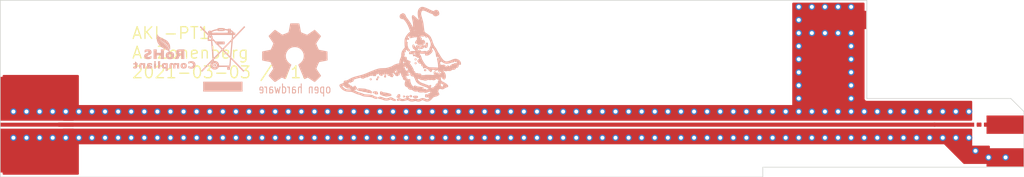
<source format=kicad_pcb>
(kicad_pcb (version 20171130) (host pcbnew "(5.1.4)")
  (layers (0 F.Cu signal) (1 In1.Cu signal) (2 In2.Cu signal) (31 B.Cu signal) (34 B.Paste user) (35 F.Paste user) (36 B.SilkS user) (37 F.SilkS user) (38 B.Mask user) (39 F.Mask user) (44 Edge.Cuts user))
  (net 0 "")
  (net 1 /GND)
  (net 2 "Net-(R1-Pad1)")
  (net 3 "Net-(J1-Pad1)")
  (net 4 "Net-(J2-Pad1)")
  (module azonenberg_pcb:EIA_02016_RES_NOSILK_FLIPCHIP (layer F.Cu) (at 90.05 24 180)
    (fp_text reference R2 hide)
    (fp_text value CH02016-250RGFTA hide)
    (pad 2 smd rect (at 0.175 0 180) (size 0.15 0.31) (layers F.Cu F.Paste F.Mask) (net 2 "Net-(R1-Pad1)"))
    (pad 1 smd rect (at -0.175 0 180) (size 0.15 0.31) (layers F.Cu F.Paste F.Mask) (net 4 "Net-(J2-Pad1)"))
  )
  (module azonenberg_pcb:EIA_02016_RES_NOSILK_FLIPCHIP (layer F.Cu) (at 89.5 24 180)
    (fp_text reference R1 hide)
    (fp_text value CH02016-200RGFTA hide)
    (pad 2 smd rect (at 0.175 0 180) (size 0.15 0.31) (layers F.Cu F.Paste F.Mask) (net 3 "Net-(J1-Pad1)"))
    (pad 1 smd rect (at -0.175 0 180) (size 0.15 0.31) (layers F.Cu F.Paste F.Mask) (net 2 "Net-(R1-Pad1)"))
  )
  (module azonenberg_pcb:CONN_MILLMAX_0339_EDGELAUNCH (layer F.Cu) (at 91.575 26.5)
    (fp_text reference J4 hide)
    (fp_text value PROBETIP hide)
    (pad 1 smd rect (at 0.2 0) (size 2.86 1.4) (layers F.Cu F.Paste F.Mask) (net 1 /GND))
  )
  (module azonenberg_pcb:CONN_SMA_EDGE_AMPHENOL_901_10511_3 (layer F.Cu) (at 17.8 24)
    (fp_text reference J1 hide)
    (fp_text value 901-10511-3 hide)
    (pad 2 smd rect (at 0 1.98) (size 5.6 3.35) (layers F.Cu F.Paste F.Mask) (net 1 /GND))
    (pad 2 smd rect (at 0 -1.98) (size 5.6 3.35) (layers F.Cu F.Paste F.Mask) (net 1 /GND))
    (pad 1 smd rect (at 0 0) (size 5.6 0.3) (layers F.Cu F.Mask) (net 3 "Net-(J1-Pad1)"))
  )
  (module azonenberg_pcb:LONGTHING-1200DPI (layer B.Cu) (at 45 19 180)
    (fp_text reference G*** hide)
    (fp_text value LOGO hide)
  )
  (module azonenberg_pcb:CONN_MILLMAX_0339_EDGELAUNCH (layer F.Cu) (at 78.75 16)
    (fp_text reference J3 hide)
    (fp_text value PROBETIP hide)
    (pad 1 smd rect (at 0 0) (size 4.8 1.4) (layers F.Cu F.Paste F.Mask) (net 1 /GND))
  )
  (module azonenberg_pcb:CONN_MILLMAX_0339_EDGELAUNCH (layer F.Cu) (at 91.575 24)
    (fp_text reference J2 hide)
    (fp_text value PROBETIP hide)
    (pad 1 smd rect (at 0.2 0) (size 2.86 1.4) (layers F.Cu F.Paste F.Mask) (net 4 "Net-(J2-Pad1)") (clearance 0.125))
  )
  (module w_logo:Logo_silk_ROHS_5x2.8mm (layer B.Cu) (at 27.5 18.5 180)
    (fp_text reference G*** hide)
    (fp_text value LOGO hide)
  )
  (module w_logo:Logo_silk_WEEE_3.4x5mm (layer B.Cu) (at 32 19 180)
    (fp_text reference G*** hide)
    (fp_text value LOGO hide)
  )
  (module w_logo:Logo_silk_OSHW_6x6mm (layer B.Cu) (at 37.5 18.5 180)
    (fp_text reference G*** hide)
    (fp_text value LOGO hide)
  )
  (gr_line (start 73.25 27.25) (end 93.2 27.25) (layer Edge.Cuts) (width 0.05))
  (gr_line (start 73.25 28) (end 73.25 27.25) (layer Edge.Cuts) (width 0.05))
  (gr_line (start 81.2 22) (end 81.2 14.5) (layer Edge.Cuts) (width 0.05))
  (gr_line (start 92.2 22) (end 81.2 22) (layer Edge.Cuts) (width 0.05))
  (gr_line (start 93.2 23) (end 92.2 22) (layer Edge.Cuts) (width 0.05))
  (gr_line (start 93.2 27.25) (end 93.2 23) (layer Edge.Cuts) (width 0.05))
  (gr_text "2021-03-03 / v1.4" (at 25 20) (layer F.SilkS) (effects (font (size 0.9 0.9) (thickness 0.1)) (justify left)))
  (gr_text "A. Zonenberg" (at 25 18.5) (layer F.SilkS) (effects (font (size 0.9 0.9) (thickness 0.1)) (justify left)))
  (gr_text AKL-PT1 (at 25 17) (layer F.SilkS) (effects (font (size 0.9 0.9) (thickness 0.1)) (justify left)))
  (gr_line (start 73.25 28) (end 15 28) (layer Edge.Cuts) (width 0.05))
  (gr_line (start 81.2 14.5) (end 15 14.5) (layer Edge.Cuts) (width 0.05))
  (gr_line (start 15 14.5) (end 15 28) (layer Edge.Cuts) (width 0.05))
  (via (at 39 23) (size 0.5) (drill 0.3) (layers F.Cu B.Cu) (net 1))
  (via (at 40 23) (size 0.5) (drill 0.3) (layers F.Cu B.Cu) (net 1))
  (segment (start 39 23) (end 40 23) (width 0.125) (layer F.Cu) (net 1))
  (via (at 41 23) (size 0.5) (drill 0.3) (layers F.Cu B.Cu) (net 1))
  (via (at 42 23) (size 0.5) (drill 0.3) (layers F.Cu B.Cu) (net 1))
  (segment (start 41 23) (end 42 23) (width 0.125) (layer F.Cu) (net 1))
  (via (at 43 23) (size 0.5) (drill 0.3) (layers F.Cu B.Cu) (net 1))
  (via (at 44 23) (size 0.5) (drill 0.3) (layers F.Cu B.Cu) (net 1))
  (segment (start 43 23) (end 44 23) (width 0.125) (layer F.Cu) (net 1))
  (via (at 45 23) (size 0.5) (drill 0.3) (layers F.Cu B.Cu) (net 1))
  (via (at 46 23) (size 0.5) (drill 0.3) (layers F.Cu B.Cu) (net 1))
  (segment (start 45 23) (end 46 23) (width 0.125) (layer F.Cu) (net 1))
  (via (at 47 23) (size 0.5) (drill 0.3) (layers F.Cu B.Cu) (net 1))
  (via (at 48 23) (size 0.5) (drill 0.3) (layers F.Cu B.Cu) (net 1))
  (segment (start 47 23) (end 48 23) (width 0.125) (layer F.Cu) (net 1))
  (via (at 49 23) (size 0.5) (drill 0.3) (layers F.Cu B.Cu) (net 1))
  (via (at 50 23) (size 0.5) (drill 0.3) (layers F.Cu B.Cu) (net 1))
  (segment (start 49 23) (end 50 23) (width 0.125) (layer F.Cu) (net 1))
  (via (at 51 23) (size 0.5) (drill 0.3) (layers F.Cu B.Cu) (net 1))
  (via (at 52 23) (size 0.5) (drill 0.3) (layers F.Cu B.Cu) (net 1))
  (segment (start 51 23) (end 52 23) (width 0.125) (layer F.Cu) (net 1))
  (via (at 53 23) (size 0.5) (drill 0.3) (layers F.Cu B.Cu) (net 1))
  (via (at 54 23) (size 0.5) (drill 0.3) (layers F.Cu B.Cu) (net 1))
  (segment (start 53 23) (end 54 23) (width 0.125) (layer F.Cu) (net 1))
  (via (at 55 23) (size 0.5) (drill 0.3) (layers F.Cu B.Cu) (net 1))
  (via (at 56 23) (size 0.5) (drill 0.3) (layers F.Cu B.Cu) (net 1))
  (segment (start 55 23) (end 56 23) (width 0.125) (layer F.Cu) (net 1))
  (via (at 57 23) (size 0.5) (drill 0.3) (layers F.Cu B.Cu) (net 1))
  (via (at 58 23) (size 0.5) (drill 0.3) (layers F.Cu B.Cu) (net 1))
  (segment (start 57 23) (end 58 23) (width 0.125) (layer F.Cu) (net 1))
  (via (at 59 23) (size 0.5) (drill 0.3) (layers F.Cu B.Cu) (net 1))
  (via (at 60 23) (size 0.5) (drill 0.3) (layers F.Cu B.Cu) (net 1))
  (segment (start 59 23) (end 60 23) (width 0.125) (layer F.Cu) (net 1))
  (via (at 61 23) (size 0.5) (drill 0.3) (layers F.Cu B.Cu) (net 1))
  (via (at 62 23) (size 0.5) (drill 0.3) (layers F.Cu B.Cu) (net 1))
  (segment (start 61 23) (end 62 23) (width 0.125) (layer F.Cu) (net 1))
  (via (at 63 23) (size 0.5) (drill 0.3) (layers F.Cu B.Cu) (net 1))
  (via (at 64 23) (size 0.5) (drill 0.3) (layers F.Cu B.Cu) (net 1))
  (segment (start 63 23) (end 64 23) (width 0.125) (layer F.Cu) (net 1))
  (via (at 65 23) (size 0.5) (drill 0.3) (layers F.Cu B.Cu) (net 1))
  (segment (start 65 23) (end 66 23) (width 0.125) (layer F.Cu) (net 1))
  (via (at 66 23) (size 0.5) (drill 0.3) (layers F.Cu B.Cu) (net 1))
  (via (at 67 23) (size 0.5) (drill 0.3) (layers F.Cu B.Cu) (net 1))
  (segment (start 66 23) (end 67 23) (width 0.125) (layer F.Cu) (net 1))
  (via (at 68 23) (size 0.5) (drill 0.3) (layers F.Cu B.Cu) (net 1))
  (via (at 69 23) (size 0.5) (drill 0.3) (layers F.Cu B.Cu) (net 1))
  (segment (start 68 23) (end 69 23) (width 0.125) (layer F.Cu) (net 1))
  (via (at 70 23) (size 0.5) (drill 0.3) (layers F.Cu B.Cu) (net 1))
  (via (at 71 23) (size 0.5) (drill 0.3) (layers F.Cu B.Cu) (net 1))
  (segment (start 70 23) (end 71 23) (width 0.125) (layer F.Cu) (net 1))
  (via (at 73 23) (size 0.5) (drill 0.3) (layers F.Cu B.Cu) (net 1))
  (via (at 74 23) (size 0.5) (drill 0.3) (layers F.Cu B.Cu) (net 1))
  (via (at 75 23) (size 0.5) (drill 0.3) (layers F.Cu B.Cu) (net 1))
  (segment (start 74 23) (end 75 23) (width 0.125) (layer F.Cu) (net 1))
  (via (at 76 23) (size 0.5) (drill 0.3) (layers F.Cu B.Cu) (net 1))
  (via (at 77 23) (size 0.5) (drill 0.3) (layers F.Cu B.Cu) (net 1))
  (via (at 78 23) (size 0.5) (drill 0.3) (layers F.Cu B.Cu) (net 1))
  (segment (start 77 23) (end 78 23) (width 0.125) (layer F.Cu) (net 1))
  (via (at 79 23) (size 0.5) (drill 0.3) (layers F.Cu B.Cu) (net 1))
  (via (at 80 23) (size 0.5) (drill 0.3) (layers F.Cu B.Cu) (net 1))
  (segment (start 79 23) (end 80 23) (width 0.125) (layer F.Cu) (net 1))
  (via (at 76 15) (size 0.5) (drill 0.3) (layers F.Cu B.Cu) (net 1))
  (via (at 76 16) (size 0.5) (drill 0.3) (layers F.Cu B.Cu) (net 1))
  (via (at 76 17) (size 0.5) (drill 0.3) (layers F.Cu B.Cu) (net 1))
  (segment (start 76 16) (end 76 17) (width 0.125) (layer F.Cu) (net 1))
  (via (at 76 18) (size 0.5) (drill 0.3) (layers F.Cu B.Cu) (net 1))
  (via (at 76 19) (size 0.5) (drill 0.3) (layers F.Cu B.Cu) (net 1))
  (segment (start 76 18) (end 76 19) (width 0.125) (layer F.Cu) (net 1))
  (via (at 76 20) (size 0.5) (drill 0.3) (layers F.Cu B.Cu) (net 1))
  (via (at 76 21) (size 0.5) (drill 0.3) (layers F.Cu B.Cu) (net 1))
  (segment (start 76 20) (end 76 21) (width 0.125) (layer F.Cu) (net 1))
  (via (at 76 22) (size 0.5) (drill 0.3) (layers F.Cu B.Cu) (net 1))
  (segment (start 76 22) (end 76 23) (width 0.125) (layer F.Cu) (net 1))
  (via (at 77 17) (size 0.5) (drill 0.3) (layers F.Cu B.Cu) (net 1))
  (via (at 78 17) (size 0.5) (drill 0.3) (layers F.Cu B.Cu) (net 1))
  (segment (start 77 17) (end 78 17) (width 0.125) (layer F.Cu) (net 1))
  (via (at 79 17) (size 0.5) (drill 0.3) (layers F.Cu B.Cu) (net 1))
  (via (at 80 17) (size 0.5) (drill 0.3) (layers F.Cu B.Cu) (net 1))
  (segment (start 79 17) (end 80 17) (width 0.125) (layer F.Cu) (net 1))
  (via (at 77 15) (size 0.5) (drill 0.3) (layers F.Cu B.Cu) (net 1))
  (segment (start 76 15) (end 77 15) (width 0.125) (layer F.Cu) (net 1))
  (via (at 78 15) (size 0.5) (drill 0.3) (layers F.Cu B.Cu) (net 1))
  (via (at 79 15) (size 0.5) (drill 0.3) (layers F.Cu B.Cu) (net 1))
  (segment (start 78 15) (end 79 15) (width 0.125) (layer F.Cu) (net 1))
  (via (at 80 15) (size 0.5) (drill 0.3) (layers F.Cu B.Cu) (net 1))
  (segment (start 76.225 16) (end 76 16) (width 0.125) (layer F.Cu) (net 1))
  (segment (start 78.75 16) (end 76.225 16) (width 0.125) (layer F.Cu) (net 1))
  (via (at 80 18) (size 0.5) (drill 0.3) (layers F.Cu B.Cu) (net 1))
  (segment (start 80 17) (end 80 18) (width 0.125) (layer F.Cu) (net 1))
  (via (at 80 19) (size 0.5) (drill 0.3) (layers F.Cu B.Cu) (net 1))
  (via (at 80 20) (size 0.5) (drill 0.3) (layers F.Cu B.Cu) (net 1))
  (segment (start 80 19) (end 80 20) (width 0.125) (layer F.Cu) (net 1))
  (via (at 80 21) (size 0.5) (drill 0.3) (layers F.Cu B.Cu) (net 1))
  (via (at 80 22) (size 0.5) (drill 0.3) (layers F.Cu B.Cu) (net 1))
  (segment (start 80 21) (end 80 22) (width 0.125) (layer F.Cu) (net 1))
  (via (at 85 23) (size 0.5) (drill 0.3) (layers F.Cu B.Cu) (net 1))
  (segment (start 83 23) (end 84 23) (width 0.125) (layer F.Cu) (net 1))
  (via (at 84 23) (size 0.5) (drill 0.3) (layers F.Cu B.Cu) (net 1))
  (via (at 83 23) (size 0.5) (drill 0.3) (layers F.Cu B.Cu) (net 1))
  (segment (start 81 23) (end 82 23) (width 0.125) (layer F.Cu) (net 1))
  (via (at 82 23) (size 0.5) (drill 0.3) (layers F.Cu B.Cu) (net 1))
  (via (at 81 23) (size 0.5) (drill 0.3) (layers F.Cu B.Cu) (net 1))
  (segment (start 85 23) (end 86 23) (width 0.125) (layer F.Cu) (net 1))
  (via (at 86 23) (size 0.5) (drill 0.3) (layers F.Cu B.Cu) (net 1))
  (via (at 24 23) (size 0.5) (drill 0.3) (layers F.Cu B.Cu) (net 1))
  (via (at 21 23) (size 0.5) (drill 0.3) (layers F.Cu B.Cu) (net 1))
  (segment (start 23 23) (end 24 23) (width 0.125) (layer F.Cu) (net 1))
  (via (at 34 23) (size 0.5) (drill 0.3) (layers F.Cu B.Cu) (net 1))
  (via (at 33 23) (size 0.5) (drill 0.3) (layers F.Cu B.Cu) (net 1))
  (segment (start 31 23) (end 32 23) (width 0.125) (layer F.Cu) (net 1))
  (via (at 32 23) (size 0.5) (drill 0.3) (layers F.Cu B.Cu) (net 1))
  (via (at 31 23) (size 0.5) (drill 0.3) (layers F.Cu B.Cu) (net 1))
  (segment (start 29 23) (end 30 23) (width 0.125) (layer F.Cu) (net 1))
  (via (at 30 23) (size 0.5) (drill 0.3) (layers F.Cu B.Cu) (net 1))
  (via (at 29 23) (size 0.5) (drill 0.3) (layers F.Cu B.Cu) (net 1))
  (segment (start 27 23) (end 28 23) (width 0.125) (layer F.Cu) (net 1))
  (via (at 28 23) (size 0.5) (drill 0.3) (layers F.Cu B.Cu) (net 1))
  (via (at 27 23) (size 0.5) (drill 0.3) (layers F.Cu B.Cu) (net 1))
  (segment (start 25 23) (end 26 23) (width 0.125) (layer F.Cu) (net 1))
  (via (at 26 23) (size 0.5) (drill 0.3) (layers F.Cu B.Cu) (net 1))
  (via (at 25 23) (size 0.5) (drill 0.3) (layers F.Cu B.Cu) (net 1))
  (via (at 23 23) (size 0.5) (drill 0.3) (layers F.Cu B.Cu) (net 1))
  (segment (start 21 23) (end 22 23) (width 0.125) (layer F.Cu) (net 1))
  (via (at 22 23) (size 0.5) (drill 0.3) (layers F.Cu B.Cu) (net 1))
  (segment (start 35 23) (end 36 23) (width 0.125) (layer F.Cu) (net 1))
  (via (at 36 23) (size 0.5) (drill 0.3) (layers F.Cu B.Cu) (net 1))
  (via (at 35 23) (size 0.5) (drill 0.3) (layers F.Cu B.Cu) (net 1))
  (segment (start 33 23) (end 34 23) (width 0.125) (layer F.Cu) (net 1))
  (segment (start 37 23) (end 38 23) (width 0.125) (layer F.Cu) (net 1))
  (via (at 38 23) (size 0.5) (drill 0.3) (layers F.Cu B.Cu) (net 1))
  (via (at 37 23) (size 0.5) (drill 0.3) (layers F.Cu B.Cu) (net 1))
  (via (at 20 23) (size 0.5) (drill 0.3) (layers F.Cu B.Cu) (net 1))
  (segment (start 21 23) (end 20 23) (width 0.125) (layer F.Cu) (net 1))
  (via (at 19 23) (size 0.5) (drill 0.3) (layers F.Cu B.Cu) (net 1))
  (via (at 18 23) (size 0.5) (drill 0.3) (layers F.Cu B.Cu) (net 1))
  (segment (start 19 23) (end 18 23) (width 0.125) (layer F.Cu) (net 1))
  (via (at 17 23) (size 0.5) (drill 0.3) (layers F.Cu B.Cu) (net 1))
  (via (at 16 23) (size 0.5) (drill 0.3) (layers F.Cu B.Cu) (net 1))
  (segment (start 17 23) (end 16 23) (width 0.125) (layer F.Cu) (net 1))
  (via (at 17 25) (size 0.5) (drill 0.3) (layers F.Cu B.Cu) (net 1))
  (segment (start 18 25) (end 17 25) (width 0.125) (layer F.Cu) (net 1))
  (via (at 16 25) (size 0.5) (drill 0.3) (layers F.Cu B.Cu) (net 1))
  (via (at 87 23) (size 0.5) (drill 0.3) (layers F.Cu B.Cu) (net 1))
  (via (at 58 25) (size 0.5) (drill 0.3) (layers F.Cu B.Cu) (net 1))
  (via (at 38 25) (size 0.5) (drill 0.3) (layers F.Cu B.Cu) (net 1))
  (via (at 41 25) (size 0.5) (drill 0.3) (layers F.Cu B.Cu) (net 1))
  (via (at 53 25) (size 0.5) (drill 0.3) (layers F.Cu B.Cu) (net 1))
  (via (at 18 25) (size 0.5) (drill 0.3) (layers F.Cu B.Cu) (net 1))
  (via (at 59 25) (size 0.5) (drill 0.3) (layers F.Cu B.Cu) (net 1))
  (segment (start 75 25) (end 74 25) (width 0.125) (layer F.Cu) (net 1))
  (segment (start 29 25) (end 28 25) (width 0.125) (layer F.Cu) (net 1))
  (via (at 74 25) (size 0.5) (drill 0.3) (layers F.Cu B.Cu) (net 1))
  (via (at 66 25) (size 0.5) (drill 0.3) (layers F.Cu B.Cu) (net 1))
  (segment (start 67 25) (end 66 25) (width 0.125) (layer F.Cu) (net 1))
  (via (at 77 25) (size 0.5) (drill 0.3) (layers F.Cu B.Cu) (net 1))
  (segment (start 27 25) (end 26 25) (width 0.125) (layer F.Cu) (net 1))
  (via (at 25 25) (size 0.5) (drill 0.3) (layers F.Cu B.Cu) (net 1))
  (segment (start 33 25) (end 32 25) (width 0.125) (layer F.Cu) (net 1))
  (via (at 31 25) (size 0.5) (drill 0.3) (layers F.Cu B.Cu) (net 1))
  (via (at 30 25) (size 0.5) (drill 0.3) (layers F.Cu B.Cu) (net 1))
  (via (at 29 25) (size 0.5) (drill 0.3) (layers F.Cu B.Cu) (net 1))
  (via (at 56 25) (size 0.5) (drill 0.3) (layers F.Cu B.Cu) (net 1))
  (segment (start 57 25) (end 56 25) (width 0.125) (layer F.Cu) (net 1))
  (via (at 21 25) (size 0.5) (drill 0.3) (layers F.Cu B.Cu) (net 1))
  (via (at 45 25) (size 0.5) (drill 0.3) (layers F.Cu B.Cu) (net 1))
  (via (at 36 25) (size 0.5) (drill 0.3) (layers F.Cu B.Cu) (net 1))
  (via (at 35 25) (size 0.5) (drill 0.3) (layers F.Cu B.Cu) (net 1))
  (via (at 76 25) (size 0.5) (drill 0.3) (layers F.Cu B.Cu) (net 1))
  (via (at 60 25) (size 0.5) (drill 0.3) (layers F.Cu B.Cu) (net 1))
  (via (at 86 25) (size 0.5) (drill 0.3) (layers F.Cu B.Cu) (net 1))
  (via (at 79 25) (size 0.5) (drill 0.3) (layers F.Cu B.Cu) (net 1))
  (via (at 27 25) (size 0.5) (drill 0.3) (layers F.Cu B.Cu) (net 1))
  (via (at 70 25) (size 0.5) (drill 0.3) (layers F.Cu B.Cu) (net 1))
  (via (at 20 25) (size 0.5) (drill 0.3) (layers F.Cu B.Cu) (net 1))
  (via (at 43 25) (size 0.5) (drill 0.3) (layers F.Cu B.Cu) (net 1))
  (via (at 65 25) (size 0.5) (drill 0.3) (layers F.Cu B.Cu) (net 1))
  (via (at 40 25) (size 0.5) (drill 0.3) (layers F.Cu B.Cu) (net 1))
  (segment (start 41 25) (end 40 25) (width 0.125) (layer F.Cu) (net 1))
  (segment (start 59 25) (end 58 25) (width 0.125) (layer F.Cu) (net 1))
  (via (at 55 25) (size 0.5) (drill 0.3) (layers F.Cu B.Cu) (net 1))
  (segment (start 81 25) (end 80 25) (width 0.125) (layer F.Cu) (net 1))
  (segment (start 47 25) (end 46 25) (width 0.125) (layer F.Cu) (net 1))
  (via (at 50 25) (size 0.5) (drill 0.3) (layers F.Cu B.Cu) (net 1))
  (segment (start 37 25) (end 36 25) (width 0.125) (layer F.Cu) (net 1))
  (via (at 24 25) (size 0.5) (drill 0.3) (layers F.Cu B.Cu) (net 1))
  (via (at 32 25) (size 0.5) (drill 0.3) (layers F.Cu B.Cu) (net 1))
  (via (at 34 25) (size 0.5) (drill 0.3) (layers F.Cu B.Cu) (net 1))
  (via (at 71 25) (size 0.5) (drill 0.3) (layers F.Cu B.Cu) (net 1))
  (via (at 19 25) (size 0.5) (drill 0.3) (layers F.Cu B.Cu) (net 1))
  (segment (start 20 25) (end 19 25) (width 0.125) (layer F.Cu) (net 1))
  (segment (start 31 25) (end 30 25) (width 0.125) (layer F.Cu) (net 1))
  (via (at 49 25) (size 0.5) (drill 0.3) (layers F.Cu B.Cu) (net 1))
  (segment (start 79 25) (end 78 25) (width 0.125) (layer F.Cu) (net 1))
  (via (at 23 25) (size 0.5) (drill 0.3) (layers F.Cu B.Cu) (net 1))
  (via (at 51 25) (size 0.5) (drill 0.3) (layers F.Cu B.Cu) (net 1))
  (via (at 42 25) (size 0.5) (drill 0.3) (layers F.Cu B.Cu) (net 1))
  (segment (start 43 25) (end 42 25) (width 0.125) (layer F.Cu) (net 1))
  (via (at 44 25) (size 0.5) (drill 0.3) (layers F.Cu B.Cu) (net 1))
  (segment (start 39 25) (end 38 25) (width 0.125) (layer F.Cu) (net 1))
  (via (at 37 25) (size 0.5) (drill 0.3) (layers F.Cu B.Cu) (net 1))
  (via (at 84 25) (size 0.5) (drill 0.3) (layers F.Cu B.Cu) (net 1))
  (via (at 62 25) (size 0.5) (drill 0.3) (layers F.Cu B.Cu) (net 1))
  (via (at 54 25) (size 0.5) (drill 0.3) (layers F.Cu B.Cu) (net 1))
  (via (at 82 25) (size 0.5) (drill 0.3) (layers F.Cu B.Cu) (net 1))
  (segment (start 83 25) (end 82 25) (width 0.125) (layer F.Cu) (net 1))
  (via (at 80 25) (size 0.5) (drill 0.3) (layers F.Cu B.Cu) (net 1))
  (segment (start 55 25) (end 54 25) (width 0.125) (layer F.Cu) (net 1))
  (segment (start 61 25) (end 60 25) (width 0.125) (layer F.Cu) (net 1))
  (via (at 28 25) (size 0.5) (drill 0.3) (layers F.Cu B.Cu) (net 1))
  (segment (start 65 25) (end 64 25) (width 0.125) (layer F.Cu) (net 1))
  (via (at 47 25) (size 0.5) (drill 0.3) (layers F.Cu B.Cu) (net 1))
  (segment (start 85 25) (end 84 25) (width 0.125) (layer F.Cu) (net 1))
  (segment (start 35 25) (end 34 25) (width 0.125) (layer F.Cu) (net 1))
  (via (at 33 25) (size 0.5) (drill 0.3) (layers F.Cu B.Cu) (net 1))
  (via (at 63 25) (size 0.5) (drill 0.3) (layers F.Cu B.Cu) (net 1))
  (segment (start 49 25) (end 48 25) (width 0.125) (layer F.Cu) (net 1))
  (segment (start 73 25) (end 72 25) (width 0.125) (layer F.Cu) (net 1))
  (segment (start 77 25) (end 76 25) (width 0.125) (layer F.Cu) (net 1))
  (via (at 75 25) (size 0.5) (drill 0.3) (layers F.Cu B.Cu) (net 1))
  (via (at 57 25) (size 0.5) (drill 0.3) (layers F.Cu B.Cu) (net 1))
  (segment (start 63 25) (end 62 25) (width 0.125) (layer F.Cu) (net 1))
  (segment (start 87 25) (end 86 25) (width 0.125) (layer F.Cu) (net 1))
  (via (at 22 25) (size 0.5) (drill 0.3) (layers F.Cu B.Cu) (net 1))
  (segment (start 23 25) (end 22 25) (width 0.125) (layer F.Cu) (net 1))
  (via (at 48 25) (size 0.5) (drill 0.3) (layers F.Cu B.Cu) (net 1))
  (via (at 83 25) (size 0.5) (drill 0.3) (layers F.Cu B.Cu) (net 1))
  (via (at 39 25) (size 0.5) (drill 0.3) (layers F.Cu B.Cu) (net 1))
  (via (at 78 25) (size 0.5) (drill 0.3) (layers F.Cu B.Cu) (net 1))
  (via (at 85 25) (size 0.5) (drill 0.3) (layers F.Cu B.Cu) (net 1))
  (via (at 73 25) (size 0.5) (drill 0.3) (layers F.Cu B.Cu) (net 1))
  (via (at 72 25) (size 0.5) (drill 0.3) (layers F.Cu B.Cu) (net 1))
  (via (at 61 25) (size 0.5) (drill 0.3) (layers F.Cu B.Cu) (net 1))
  (via (at 52 25) (size 0.5) (drill 0.3) (layers F.Cu B.Cu) (net 1))
  (segment (start 53 25) (end 52 25) (width 0.125) (layer F.Cu) (net 1))
  (via (at 81 25) (size 0.5) (drill 0.3) (layers F.Cu B.Cu) (net 1))
  (via (at 64 25) (size 0.5) (drill 0.3) (layers F.Cu B.Cu) (net 1))
  (segment (start 45 25) (end 44 25) (width 0.125) (layer F.Cu) (net 1))
  (via (at 26 25) (size 0.5) (drill 0.3) (layers F.Cu B.Cu) (net 1))
  (via (at 68 25) (size 0.5) (drill 0.3) (layers F.Cu B.Cu) (net 1))
  (segment (start 71 25) (end 70 25) (width 0.125) (layer F.Cu) (net 1))
  (via (at 69 25) (size 0.5) (drill 0.3) (layers F.Cu B.Cu) (net 1))
  (segment (start 69 25) (end 68 25) (width 0.125) (layer F.Cu) (net 1))
  (via (at 67 25) (size 0.5) (drill 0.3) (layers F.Cu B.Cu) (net 1))
  (via (at 46 25) (size 0.5) (drill 0.3) (layers F.Cu B.Cu) (net 1))
  (segment (start 25 25) (end 24 25) (width 0.125) (layer F.Cu) (net 1))
  (via (at 87 25) (size 0.5) (drill 0.3) (layers F.Cu B.Cu) (net 1))
  (segment (start 51 25) (end 50 25) (width 0.125) (layer F.Cu) (net 1))
  (via (at 88 23) (size 0.5) (drill 0.3) (layers F.Cu B.Cu) (net 1))
  (segment (start 87 23) (end 88 23) (width 0.125) (layer F.Cu) (net 1))
  (via (at 89 23) (size 0.5) (drill 0.3) (layers F.Cu B.Cu) (net 1))
  (via (at 88 25) (size 0.5) (drill 0.3) (layers F.Cu B.Cu) (net 1))
  (segment (start 87 25) (end 88 25) (width 0.125) (layer F.Cu) (net 1))
  (via (at 89 25) (size 0.5) (drill 0.3) (layers F.Cu B.Cu) (net 1))
  (via (at 89.5 26) (size 0.5) (drill 0.3) (layers F.Cu B.Cu) (net 1))
  (via (at 91.8 26.5) (size 0.5) (drill 0.3) (layers F.Cu B.Cu) (net 1))
  (segment (start 89.5 26) (end 90 26.5) (width 0.125) (layer F.Cu) (net 1))
  (via (at 90.5 26.5) (size 0.5) (drill 0.3) (layers F.Cu B.Cu) (net 1))
  (segment (start 91.8 26.5) (end 90.5 26.5) (width 0.125) (layer F.Cu) (net 1))
  (segment (start 90 26.5) (end 90.5 26.5) (width 0.125) (layer F.Cu) (net 1))
  (via (at 72 23) (size 0.5) (drill 0.3) (layers F.Cu B.Cu) (net 1))
  (segment (start 71 23) (end 72 23) (width 0.125) (layer F.Cu) (net 1))
  (segment (start 89.675 24) (end 89.875 24) (width 0.125) (layer F.Cu) (net 2))
  (segment (start 19.475 24) (end 86.375 24) (width 0.31) (layer F.Cu) (net 3))
  (segment (start 86.375 24) (end 89.2 24) (width 0.31) (layer F.Cu) (net 3))
  (segment (start 91.775 24) (end 90.3 24) (width 0.31) (layer F.Cu) (net 4))
  (zone (net 1) (net_name /GND) (layer F.Cu) (connect_pads yes (clearance 0.15)) (min_thickness 0.15) (fill yes (arc_segments 32) (thermal_gap 0.1) (thermal_bridge_width 0.508))
    (polygon (pts (xy 75.5 14.5) (xy 81.2 14.5) (xy 81.2 22) (xy 89.25 22) (xy 89.25 23.3) (xy 89.25 25.6) (xy 90.6 25.6) (xy 90.6 27) (xy 88.6 27) (xy 87.1 25.5) (xy 21 25.5) (xy 21 28) (xy 15.012304 28) (xy 15.012304 26.25) (xy 19.75 26.25) (xy 19.75 21.85) (xy 15.012304 21.85) (xy 15 20.2) (xy 21 20.2) (xy 21 22.5) (xy 75.5 22.5)))
  )
  (zone (net 2) (net_name "Net-(R1-Pad1)") (layer F.Cu) (connect_pads yes (clearance 0.15)) (min_thickness 0.15) (fill yes (arc_segments 32) (thermal_gap 0.508) (thermal_bridge_width 0.508))
    (polygon (pts (xy 89.6 23.85) (xy 89.6 24.15) (xy 89.95 24.15) (xy 89.95 23.85)))
  )
)
</source>
